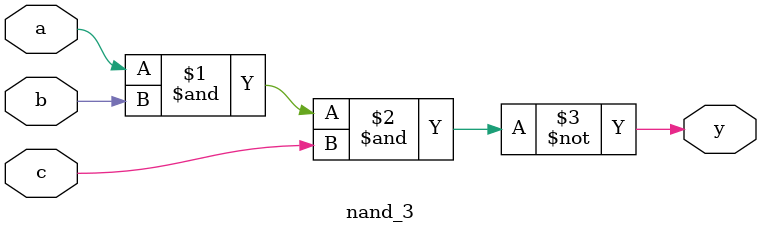
<source format=v>
`timescale 1ns / 1ps


module nand_3(
    output y,
    input a,b,c
    );
    
    assign y = ~ (a & b & c);
    
endmodule

</source>
